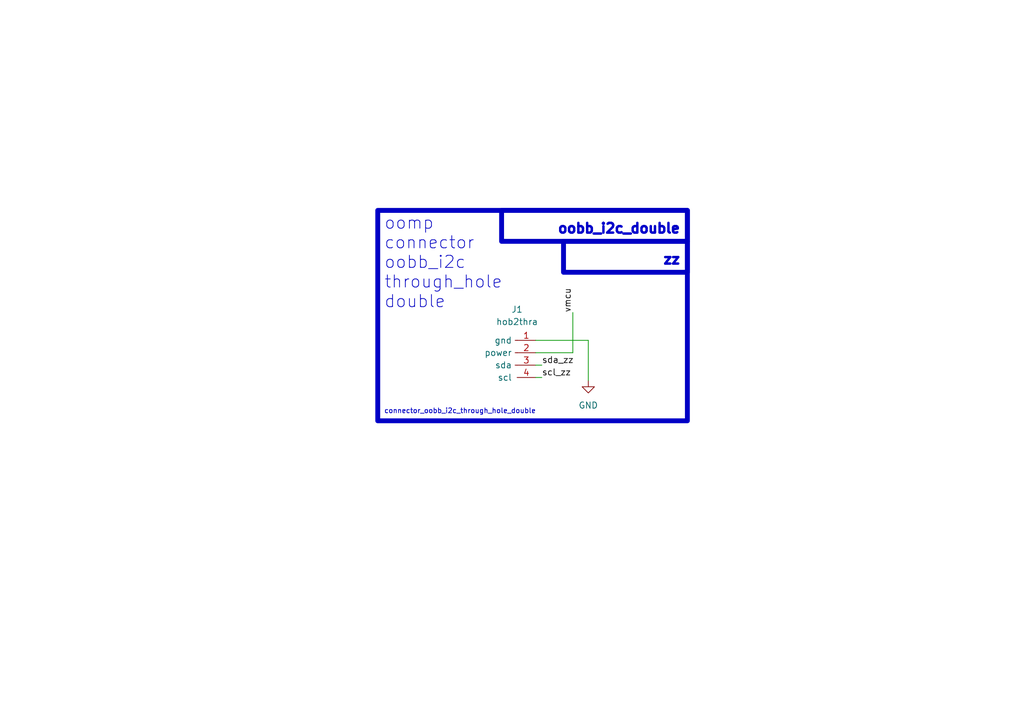
<source format=kicad_sch>
(kicad_sch (version 20230121) (generator eeschema)
  (paper "A5")
  (lib_symbols
    (symbol "oomlout_oomp_part_symbols:hob2thra_electronic_header_oobb_i2c_double_through_hole_right_angle" (pin_names (offset 1.016))
      (property "Reference" "J" (at 0 5.08 0))
      (property "Value" "hob2thra_electronic_header_oobb_i2c_double_through_hole_right_angle" (at 0 -7.62 0))
      (symbol "hob2thra_electronic_header_oobb_i2c_double_through_hole_right_angle_0_0"
        (text "" (at 2.54 -2.54 0) (effects (font (size 1.27 1.27))))
      )
      (symbol "hob2thra_electronic_header_oobb_i2c_double_through_hole_right_angle_1_1"
        (polyline (pts (xy 1.27 -2.54) (xy 0.8636 -2.54)) (stroke (width 0.1524)))
        (polyline (pts (xy 1.27 0) (xy 0.8636 0)) (stroke (width 0.1524)))
        (polyline (pts (xy 1.27 2.54) (xy 0.8636 2.54)) (stroke (width 0.1524)))
        (pin passive line (at 5.08 2.54 180) (length 3.81) (name "gnd") (number "1"))
        (pin passive line (at 5.08 0 180) (length 3.81) (name "power") (number "2"))
        (pin passive line (at 5.08 -2.54 180) (length 3.81) (name "sda") (number "3"))
        (pin passive line (at 5.08 -5.08 180) (length 3.81) (name "scl") (number "4"))
      )
    )
    (symbol "power:GND" (power) (pin_names (offset 0))
      (property "Value" "GND" (at 0 -3.81 0))
      (symbol "GND_0_1"
        (polyline (pts (xy 0 0) (xy 0 -1.27) (xy 1.27 -1.27) (xy 0 -2.54) (xy -1.27 -1.27) (xy 0 -1.27)))
      )
      (symbol "GND_1_1"
        (pin power_in line (at 0 0 270) (length 0) hide (name "GND") (number "1"))
      )
    )
  )
  (wire (pts (xy 109.855 74.93) (xy 111.125 74.93)))
  (wire (pts (xy 109.855 72.39) (xy 117.475 72.39)))
  (wire (pts (xy 120.65 69.85) (xy 109.855 69.85)))
  (wire (pts (xy 117.475 72.39) (xy 117.475 64.135)))
  (wire (pts (xy 109.855 77.47) (xy 111.125 77.47)))
  (wire (pts (xy 120.65 78.105) (xy 120.65 69.85)))
  (rectangle (start 115.57 49.53) (end 140.97 55.88) (stroke (width 1)))
  (rectangle (start 77.47 43.18) (end 140.97 86.36) (stroke (width 1)))
  (rectangle (start 102.87 43.18) (end 140.97 49.53) (stroke (width 1)))
  (text "oobb_i2c_double" (at 139.7 48.26 0) (effects (font (size 2 2) (thickness 0.8) bold) (justify right bottom)))
  (text "connector_oobb_i2c_through_hole_double" (at 78.74 85.09 0) (effects (font (size 1 1)) (justify left bottom)))
  (text "oomp\nconnector\noobb_i2c\nthrough_hole\ndouble" (at 78.74 63.5 0) (effects (font (size 2.5 2.5)) (justify left bottom)))
  (text "zz" (at 139.7 54.61 0) (effects (font (size 2 2) (thickness 0.8) bold) (justify right bottom)))
  (label "scl_zz" (at 111.125 77.47 0))
  (label "vmcu" (at 117.475 64.135 90))
  (label "sda_zz" (at 111.125 74.93 0))
  (symbol (lib_id "power:GND") (at 120.65 78.105 0) (unit 1)
    (property "Reference" "#PWR01" (effects hide))
    (property "Value" "GND" (at 120.65 83.185 0))
  )
  (symbol (lib_id "oomlout_oomp_part_symbols:hob2thra_electronic_header_oobb_i2c_double_through_hole_right_angle") (at 104.775 72.39 0) (unit 1)
    (property "Reference" "J1" (at 106.045 63.5 0))
    (property "Value" "hob2thra" (at 106.045 66.04 0))
    (property "Footprint" "oomlout_oomp_part_footprints:hob2thra_electronic_header_oobb_i2c_double_through_hole_right_angle" (effects hide))
    (property "Datasheet" "https://github.com/oomlout/oomlout_oomp_v3/parts/electronic_header_oobb_i2c_double_through_hole_right_angle/datasheet.pdf" (effects hide))
  )
)
</source>
